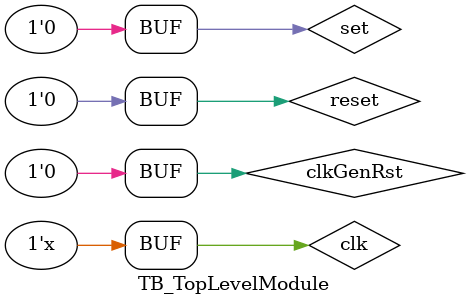
<source format=v>
/*
	******************************** R E S E T ******************************************
	While starting the clock once we power it, we require to do TWO reset or TWO set.
	
	This is bc, in the first reset/set :xxx_setValues are initialized (based on reset/set) but,
	For the CounterBCD gets set to 8'bz and the entire DigitalClock output goes to Hi-z.
	
	In the second reset, the earlier initilized value gets to the DigitalClock output and everything
	runs smoothy from there.
	***************************************************************************************
	
	******************************** S E T ******************************************	
	First set the value of xxx_setValues and then hit Set.
	This way set will not require two steps.
	Bc, we are initilizing xxx_setValues mannually.
*/

`timescale 1us/1us // 1us is used here to simulate f_clk
module TB_TopLevelModule();
	
	reg clk, reset, clkGenRst, set;
	reg [7:0]hr, min, sec;
	reg dayNight;
	wire AM;
	wire [23:0] digi_clock;
	TopLevelModule	UUT(
					 clk,
					 reset,
					 clkGenRst,
					 set,
					 hr,
					 min,
					 sec,	
					 dayNight,	// '1' = day '0' = night //
					 AM,
					 digi_clock
				);
				
	initial begin
		clk = 1'b0; reset = 1'b0; clkGenRst = 1'b0; set = 1'b0;
		//************************
		//*****compulsory two reset****//
		#10 clkGenRst 	= 1'b1;
		#5  clkGenRst 	= 1'b0;
		#15 reset 		= 1'b1;
		#10 reset 		= 1'b0;		
		#15 reset 		= 1'b1;
		#10 reset 		= 1'b0;
		//************************
		// setting to 6:40:30 AM
		// #5 hr = 8'b00000110;  min = 8'b01000000; sec = 8'b00110000; dayNight = 1'b0;
		// #10 set = 1'b1;
		// #50 set = 1'b0;
		
		// #15 reset = 1'b1;
		// #10 reset = 1'b0;
	end
	
	always clk = #5 ~clk;
	

endmodule

</source>
